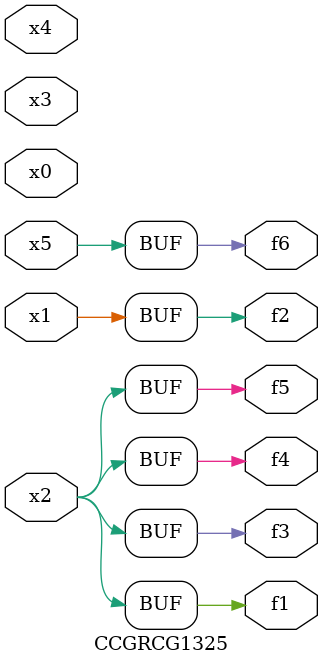
<source format=v>
module CCGRCG1325(
	input x0, x1, x2, x3, x4, x5,
	output f1, f2, f3, f4, f5, f6
);
	assign f1 = x2;
	assign f2 = x1;
	assign f3 = x2;
	assign f4 = x2;
	assign f5 = x2;
	assign f6 = x5;
endmodule

</source>
